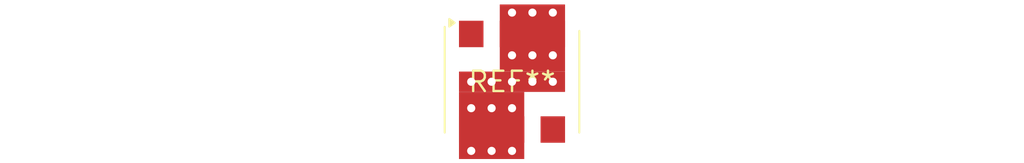
<source format=kicad_pcb>
(kicad_pcb (version 20240108) (generator pcbnew)
  (layers (0 "F.Cu" signal) (31 "B.Cu" signal) (34 "B.Paste" user) (35 "F.Paste" user) (36 "B.SilkS" user "B.Silkscreen") (37 "F.SilkS" user "F.Silkscreen") (38 "B.Mask" user) (39 "F.Mask" user) (44 "Edge.Cuts" user))
  (net 0 "")
  (footprint "Mini-Circuits_TT1224_LandPatternPL-258_ClockwisePinNumbering" (layer "F.Cu") (at 0 0)
    (property "Reference" "REF**")
    (property "Value" "Mini-Circuits_TT1224_LandPatternPL-258_ClockwisePinNumbering")
    (fp_line (start -4.191 3.175) (end -4.191 -3.429) (layer "F.SilkS") (stroke (width 0.12)))
    (fp_line (start 4.191 -3.175) (end 4.191 3.175) (layer "F.SilkS") (stroke (width 0.12)))
    (fp_poly (pts (xy -3.57 -3.683) (xy -3.906 -3.443) (xy -3.906 -3.923) (xy -3.57 -3.683)) (layer "F.SilkS") (stroke (width 0.12)) (fill solid))
    (pad "1" smd rect (at -2.54 -2.9845 270) (size 1.651 1.524) (layers "F.Cu" "F.Paste" "F.Mask") (clearance 0.9398))
    (pad "2" thru_hole circle (at -2.54 0 90) (size 1.016 1.016) (drill 0.508) (layers *.Cu) (remove_unused_layers))
    (pad "2" thru_hole circle (at -2.54 1.651 90) (size 1.016 1.016) (drill 0.508) (layers *.Cu) (remove_unused_layers))
    (pad "2" thru_hole circle (at -2.54 4.318 90) (size 1.016 1.016) (drill 0.508) (layers *.Cu) (remove_unused_layers))
    (pad "2" thru_hole circle (at -1.27 0 90) (size 1.016 1.016) (drill 0.508) (layers *.Cu) (remove_unused_layers))
    (pad "2" thru_hole circle (at -1.27 1.651 90) (size 1.016 1.016) (drill 0.508) (layers *.Cu) (remove_unused_layers))
    (pad "2" smd rect (at -1.27 2.7305 90) (size 4.191 4.064) (layers "F.Cu"))
    (pad "2" thru_hole circle (at -1.27 4.318 90) (size 1.016 1.016) (drill 0.508) (layers *.Cu) (remove_unused_layers))
    (pad "2" thru_hole circle (at 0 -4.318 90) (size 1.016 1.016) (drill 0.508) (layers *.Cu) (remove_unused_layers))
    (pad "2" smd rect (at 0 -2.9845 270) (size 1.651 1.524) (layers "F.Cu" "F.Paste" "F.Mask"))
    (pad "2" thru_hole circle (at 0 -1.651 90) (size 1.016 1.016) (drill 0.508) (layers *.Cu) (remove_unused_layers))
    (pad "2" thru_hole circle (at 0 0 90) (size 1.016 1.016) (drill 0.508) (layers *.Cu) (remove_unused_layers))
    (pad "2" smd rect (at 0 0 90) (size 1.27 6.604) (layers "F.Cu"))
    (pad "2" thru_hole circle (at 0 1.651 90) (size 1.016 1.016) (drill 0.508) (layers *.Cu) (remove_unused_layers))
    (pad "2" thru_hole circle (at 0 4.318 90) (size 1.016 1.016) (drill 0.508) (layers *.Cu) (remove_unused_layers))
    (pad "2" thru_hole circle (at 1.27 -4.318 90) (size 1.016 1.016) (drill 0.508) (layers *.Cu) (remove_unused_layers))
    (pad "2" smd rect (at 1.27 -2.7305 90) (size 4.191 4.064) (layers "F.Cu"))
    (pad "2" thru_hole circle (at 1.27 -1.651 90) (size 1.016 1.016) (drill 0.508) (layers *.Cu) (remove_unused_layers))
    (pad "2" thru_hole circle (at 1.27 0 90) (size 1.016 1.016) (drill 0.508) (layers *.Cu) (remove_unused_layers))
    (pad "2" thru_hole circle (at 2.54 -4.318 90) (size 1.016 1.016) (drill 0.508) (layers *.Cu) (remove_unused_layers))
    (pad "2" thru_hole circle (at 2.54 -1.651 90) (size 1.016 1.016) (drill 0.508) (layers *.Cu) (remove_unused_layers))
    (pad "2" thru_hole circle (at 2.54 0 90) (size 1.016 1.016) (drill 0.508) (layers *.Cu) (remove_unused_layers))
    (pad "3" smd rect (at 2.54 -2.9845 270) (size 1.651 1.524) (layers "F.Cu" "F.Paste" "F.Mask"))
    (pad "4" smd rect (at 2.54 2.9845 90) (size 1.651 1.524) (layers "F.Cu" "F.Paste" "F.Mask") (clearance 0.9398))
    (pad "5" smd rect (at 0 2.9845 90) (size 1.651 1.524) (layers "F.Cu" "F.Paste" "F.Mask"))
    (pad "6" smd rect (at -2.54 2.9845 90) (size 1.651 1.524) (layers "F.Cu" "F.Paste" "F.Mask"))
  )
)
</source>
